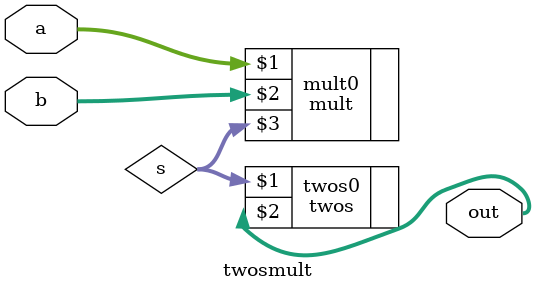
<source format=v>
`include "mult.v"
`include "twos.v"

module twosmult(input [4:0] a, b , output [9:0] out);
    wire [9:0] s;
    mult mult0(a, b, s);
    twos twos0(s, out);
endmodule
</source>
